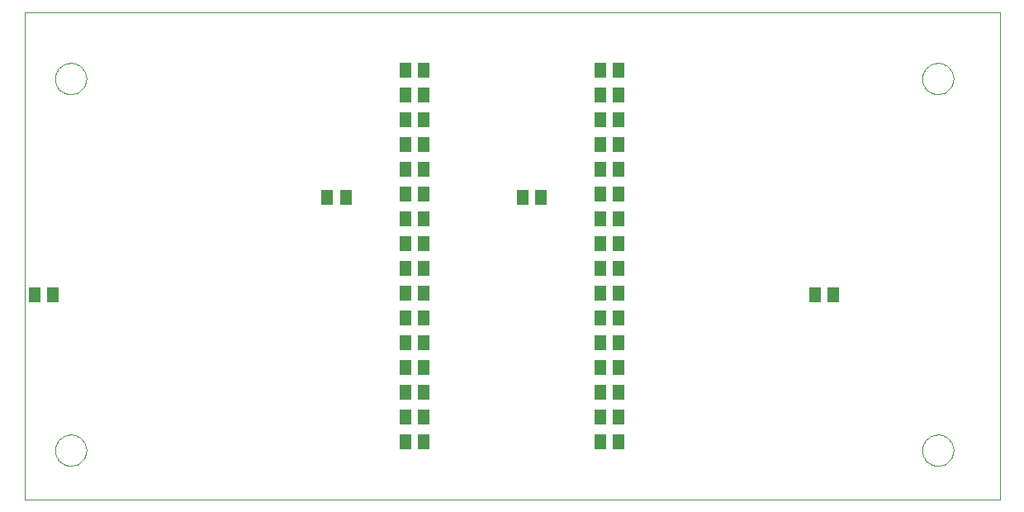
<source format=gbp>
G75*
G70*
%OFA0B0*%
%FSLAX24Y24*%
%IPPOS*%
%LPD*%
%AMOC8*
5,1,8,0,0,1.08239X$1,22.5*
%
%ADD10C,0.0000*%
%ADD11R,0.0512X0.0591*%
D10*
X000190Y000180D02*
X039561Y000180D01*
X039561Y019865D01*
X000190Y019865D01*
X000190Y000180D01*
X001431Y002180D02*
X001433Y002230D01*
X001439Y002280D01*
X001449Y002329D01*
X001463Y002377D01*
X001480Y002424D01*
X001501Y002469D01*
X001526Y002513D01*
X001554Y002554D01*
X001586Y002593D01*
X001620Y002630D01*
X001657Y002664D01*
X001697Y002694D01*
X001739Y002721D01*
X001783Y002745D01*
X001829Y002766D01*
X001876Y002782D01*
X001924Y002795D01*
X001974Y002804D01*
X002023Y002809D01*
X002074Y002810D01*
X002124Y002807D01*
X002173Y002800D01*
X002222Y002789D01*
X002270Y002774D01*
X002316Y002756D01*
X002361Y002734D01*
X002404Y002708D01*
X002445Y002679D01*
X002484Y002647D01*
X002520Y002612D01*
X002552Y002574D01*
X002582Y002534D01*
X002609Y002491D01*
X002632Y002447D01*
X002651Y002401D01*
X002667Y002353D01*
X002679Y002304D01*
X002687Y002255D01*
X002691Y002205D01*
X002691Y002155D01*
X002687Y002105D01*
X002679Y002056D01*
X002667Y002007D01*
X002651Y001959D01*
X002632Y001913D01*
X002609Y001869D01*
X002582Y001826D01*
X002552Y001786D01*
X002520Y001748D01*
X002484Y001713D01*
X002445Y001681D01*
X002404Y001652D01*
X002361Y001626D01*
X002316Y001604D01*
X002270Y001586D01*
X002222Y001571D01*
X002173Y001560D01*
X002124Y001553D01*
X002074Y001550D01*
X002023Y001551D01*
X001974Y001556D01*
X001924Y001565D01*
X001876Y001578D01*
X001829Y001594D01*
X001783Y001615D01*
X001739Y001639D01*
X001697Y001666D01*
X001657Y001696D01*
X001620Y001730D01*
X001586Y001767D01*
X001554Y001806D01*
X001526Y001847D01*
X001501Y001891D01*
X001480Y001936D01*
X001463Y001983D01*
X001449Y002031D01*
X001439Y002080D01*
X001433Y002130D01*
X001431Y002180D01*
X001431Y017180D02*
X001433Y017230D01*
X001439Y017280D01*
X001449Y017329D01*
X001463Y017377D01*
X001480Y017424D01*
X001501Y017469D01*
X001526Y017513D01*
X001554Y017554D01*
X001586Y017593D01*
X001620Y017630D01*
X001657Y017664D01*
X001697Y017694D01*
X001739Y017721D01*
X001783Y017745D01*
X001829Y017766D01*
X001876Y017782D01*
X001924Y017795D01*
X001974Y017804D01*
X002023Y017809D01*
X002074Y017810D01*
X002124Y017807D01*
X002173Y017800D01*
X002222Y017789D01*
X002270Y017774D01*
X002316Y017756D01*
X002361Y017734D01*
X002404Y017708D01*
X002445Y017679D01*
X002484Y017647D01*
X002520Y017612D01*
X002552Y017574D01*
X002582Y017534D01*
X002609Y017491D01*
X002632Y017447D01*
X002651Y017401D01*
X002667Y017353D01*
X002679Y017304D01*
X002687Y017255D01*
X002691Y017205D01*
X002691Y017155D01*
X002687Y017105D01*
X002679Y017056D01*
X002667Y017007D01*
X002651Y016959D01*
X002632Y016913D01*
X002609Y016869D01*
X002582Y016826D01*
X002552Y016786D01*
X002520Y016748D01*
X002484Y016713D01*
X002445Y016681D01*
X002404Y016652D01*
X002361Y016626D01*
X002316Y016604D01*
X002270Y016586D01*
X002222Y016571D01*
X002173Y016560D01*
X002124Y016553D01*
X002074Y016550D01*
X002023Y016551D01*
X001974Y016556D01*
X001924Y016565D01*
X001876Y016578D01*
X001829Y016594D01*
X001783Y016615D01*
X001739Y016639D01*
X001697Y016666D01*
X001657Y016696D01*
X001620Y016730D01*
X001586Y016767D01*
X001554Y016806D01*
X001526Y016847D01*
X001501Y016891D01*
X001480Y016936D01*
X001463Y016983D01*
X001449Y017031D01*
X001439Y017080D01*
X001433Y017130D01*
X001431Y017180D01*
X036431Y017180D02*
X036433Y017230D01*
X036439Y017280D01*
X036449Y017329D01*
X036463Y017377D01*
X036480Y017424D01*
X036501Y017469D01*
X036526Y017513D01*
X036554Y017554D01*
X036586Y017593D01*
X036620Y017630D01*
X036657Y017664D01*
X036697Y017694D01*
X036739Y017721D01*
X036783Y017745D01*
X036829Y017766D01*
X036876Y017782D01*
X036924Y017795D01*
X036974Y017804D01*
X037023Y017809D01*
X037074Y017810D01*
X037124Y017807D01*
X037173Y017800D01*
X037222Y017789D01*
X037270Y017774D01*
X037316Y017756D01*
X037361Y017734D01*
X037404Y017708D01*
X037445Y017679D01*
X037484Y017647D01*
X037520Y017612D01*
X037552Y017574D01*
X037582Y017534D01*
X037609Y017491D01*
X037632Y017447D01*
X037651Y017401D01*
X037667Y017353D01*
X037679Y017304D01*
X037687Y017255D01*
X037691Y017205D01*
X037691Y017155D01*
X037687Y017105D01*
X037679Y017056D01*
X037667Y017007D01*
X037651Y016959D01*
X037632Y016913D01*
X037609Y016869D01*
X037582Y016826D01*
X037552Y016786D01*
X037520Y016748D01*
X037484Y016713D01*
X037445Y016681D01*
X037404Y016652D01*
X037361Y016626D01*
X037316Y016604D01*
X037270Y016586D01*
X037222Y016571D01*
X037173Y016560D01*
X037124Y016553D01*
X037074Y016550D01*
X037023Y016551D01*
X036974Y016556D01*
X036924Y016565D01*
X036876Y016578D01*
X036829Y016594D01*
X036783Y016615D01*
X036739Y016639D01*
X036697Y016666D01*
X036657Y016696D01*
X036620Y016730D01*
X036586Y016767D01*
X036554Y016806D01*
X036526Y016847D01*
X036501Y016891D01*
X036480Y016936D01*
X036463Y016983D01*
X036449Y017031D01*
X036439Y017080D01*
X036433Y017130D01*
X036431Y017180D01*
X036431Y002180D02*
X036433Y002230D01*
X036439Y002280D01*
X036449Y002329D01*
X036463Y002377D01*
X036480Y002424D01*
X036501Y002469D01*
X036526Y002513D01*
X036554Y002554D01*
X036586Y002593D01*
X036620Y002630D01*
X036657Y002664D01*
X036697Y002694D01*
X036739Y002721D01*
X036783Y002745D01*
X036829Y002766D01*
X036876Y002782D01*
X036924Y002795D01*
X036974Y002804D01*
X037023Y002809D01*
X037074Y002810D01*
X037124Y002807D01*
X037173Y002800D01*
X037222Y002789D01*
X037270Y002774D01*
X037316Y002756D01*
X037361Y002734D01*
X037404Y002708D01*
X037445Y002679D01*
X037484Y002647D01*
X037520Y002612D01*
X037552Y002574D01*
X037582Y002534D01*
X037609Y002491D01*
X037632Y002447D01*
X037651Y002401D01*
X037667Y002353D01*
X037679Y002304D01*
X037687Y002255D01*
X037691Y002205D01*
X037691Y002155D01*
X037687Y002105D01*
X037679Y002056D01*
X037667Y002007D01*
X037651Y001959D01*
X037632Y001913D01*
X037609Y001869D01*
X037582Y001826D01*
X037552Y001786D01*
X037520Y001748D01*
X037484Y001713D01*
X037445Y001681D01*
X037404Y001652D01*
X037361Y001626D01*
X037316Y001604D01*
X037270Y001586D01*
X037222Y001571D01*
X037173Y001560D01*
X037124Y001553D01*
X037074Y001550D01*
X037023Y001551D01*
X036974Y001556D01*
X036924Y001565D01*
X036876Y001578D01*
X036829Y001594D01*
X036783Y001615D01*
X036739Y001639D01*
X036697Y001666D01*
X036657Y001696D01*
X036620Y001730D01*
X036586Y001767D01*
X036554Y001806D01*
X036526Y001847D01*
X036501Y001891D01*
X036480Y001936D01*
X036463Y001983D01*
X036449Y002031D01*
X036439Y002080D01*
X036433Y002130D01*
X036431Y002180D01*
D11*
X024187Y002523D03*
X023439Y002523D03*
X023439Y003523D03*
X024187Y003523D03*
X024187Y004523D03*
X023439Y004523D03*
X023439Y005523D03*
X024187Y005523D03*
X024187Y006523D03*
X023439Y006523D03*
X023439Y007523D03*
X024187Y007523D03*
X024187Y008523D03*
X023439Y008523D03*
X023439Y009523D03*
X024187Y009523D03*
X024187Y010523D03*
X023439Y010523D03*
X023439Y011523D03*
X024187Y011523D03*
X024187Y012523D03*
X023439Y012523D03*
X023439Y013523D03*
X024187Y013523D03*
X024187Y014523D03*
X023439Y014523D03*
X023439Y015523D03*
X024187Y015523D03*
X024187Y016523D03*
X023439Y016523D03*
X023439Y017523D03*
X024187Y017523D03*
X016313Y017523D03*
X015564Y017523D03*
X015564Y016523D03*
X016313Y016523D03*
X016313Y015523D03*
X015564Y015523D03*
X015564Y014523D03*
X016313Y014523D03*
X016313Y013523D03*
X015564Y013523D03*
X015564Y012523D03*
X016313Y012523D03*
X016313Y011523D03*
X015564Y011523D03*
X015564Y010523D03*
X016313Y010523D03*
X016313Y009523D03*
X015564Y009523D03*
X015564Y008523D03*
X016313Y008523D03*
X016313Y007523D03*
X015564Y007523D03*
X015564Y006523D03*
X016313Y006523D03*
X016313Y005523D03*
X015564Y005523D03*
X015564Y004523D03*
X016313Y004523D03*
X016313Y003523D03*
X015564Y003523D03*
X015564Y002523D03*
X016313Y002523D03*
X001352Y008448D03*
X000604Y008448D03*
X012415Y012385D03*
X013163Y012385D03*
X020289Y012385D03*
X021037Y012385D03*
X032100Y008448D03*
X032848Y008448D03*
M02*

</source>
